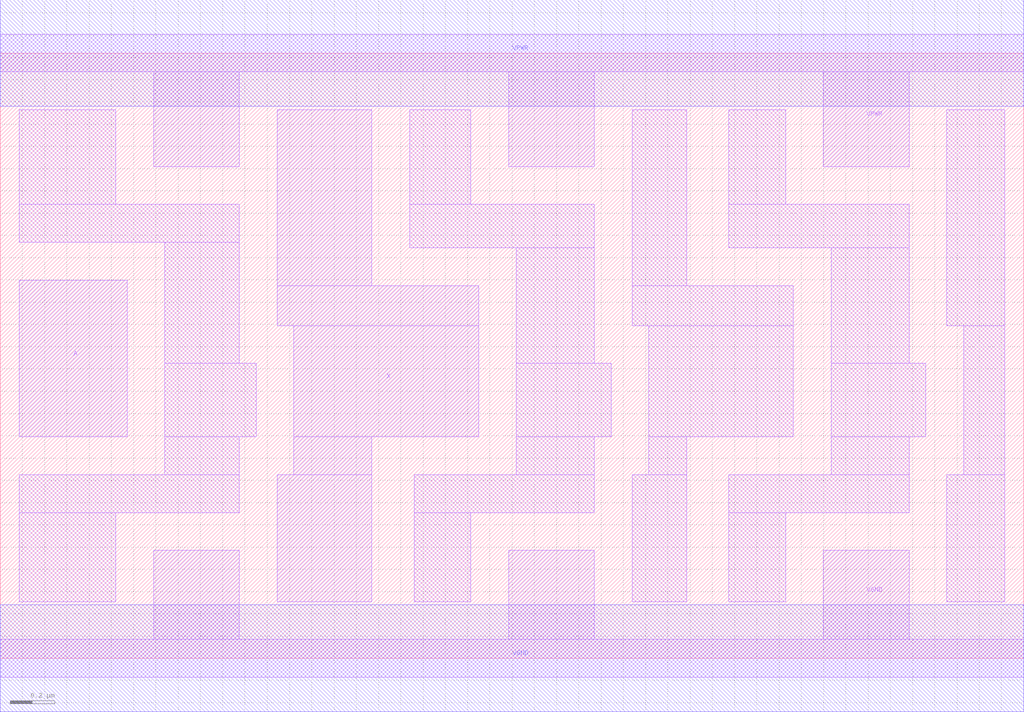
<source format=lef>
# Copyright 2020 The SkyWater PDK Authors
#
# Licensed under the Apache License, Version 2.0 (the "License");
# you may not use this file except in compliance with the License.
# You may obtain a copy of the License at
#
#     https://www.apache.org/licenses/LICENSE-2.0
#
# Unless required by applicable law or agreed to in writing, software
# distributed under the License is distributed on an "AS IS" BASIS,
# WITHOUT WARRANTIES OR CONDITIONS OF ANY KIND, either express or implied.
# See the License for the specific language governing permissions and
# limitations under the License.
#
# SPDX-License-Identifier: Apache-2.0

VERSION 5.5 ;
NAMESCASESENSITIVE ON ;
BUSBITCHARS "[]" ;
DIVIDERCHAR "/" ;
MACRO sky130_fd_sc_hd__dlymetal6s2s_1
  CLASS CORE ;
  SOURCE USER ;
  ORIGIN  0.000000  0.000000 ;
  SIZE  4.600000 BY  2.720000 ;
  SYMMETRY X Y R90 ;
  SITE unithd ;
  PIN A
    ANTENNAGATEAREA  0.126000 ;
    DIRECTION INPUT ;
    USE SIGNAL ;
    PORT
      LAYER li1 ;
        RECT 0.085000 0.995000 0.570000 1.700000 ;
    END
  END A
  PIN X
    ANTENNAGATEAREA  0.126000 ;
    DIRECTION OUTPUT ;
    USE SIGNAL ;
    PORT
      LAYER li1 ;
        RECT 1.245000 0.255000 1.670000 0.825000 ;
        RECT 1.245000 1.495000 2.150000 1.675000 ;
        RECT 1.245000 1.675000 1.670000 2.465000 ;
        RECT 1.320000 0.825000 1.670000 0.995000 ;
        RECT 1.320000 0.995000 2.150000 1.495000 ;
    END
  END X
  PIN VGND
    DIRECTION INOUT ;
    SHAPE ABUTMENT ;
    USE GROUND ;
    PORT
      LAYER li1 ;
        RECT 0.000000 -0.085000 4.600000 0.085000 ;
        RECT 0.690000  0.085000 1.075000 0.485000 ;
        RECT 2.285000  0.085000 2.670000 0.485000 ;
        RECT 3.700000  0.085000 4.085000 0.485000 ;
    END
    PORT
      LAYER met1 ;
        RECT 0.000000 -0.240000 4.600000 0.240000 ;
    END
  END VGND
  PIN VPWR
    DIRECTION INOUT ;
    SHAPE ABUTMENT ;
    USE POWER ;
    PORT
      LAYER li1 ;
        RECT 0.000000 2.635000 4.600000 2.805000 ;
        RECT 0.690000 2.210000 1.075000 2.635000 ;
        RECT 2.285000 2.210000 2.670000 2.635000 ;
        RECT 3.700000 2.210000 4.085000 2.635000 ;
    END
    PORT
      LAYER met1 ;
        RECT 0.000000 2.480000 4.600000 2.960000 ;
    END
  END VPWR
  OBS
    LAYER li1 ;
      RECT 0.085000 0.255000 0.520000 0.655000 ;
      RECT 0.085000 0.655000 1.075000 0.825000 ;
      RECT 0.085000 1.870000 1.075000 2.040000 ;
      RECT 0.085000 2.040000 0.520000 2.465000 ;
      RECT 0.740000 0.825000 1.075000 0.995000 ;
      RECT 0.740000 0.995000 1.150000 1.325000 ;
      RECT 0.740000 1.325000 1.075000 1.870000 ;
      RECT 1.840000 1.845000 2.670000 2.040000 ;
      RECT 1.840000 2.040000 2.115000 2.465000 ;
      RECT 1.860000 0.255000 2.115000 0.655000 ;
      RECT 1.860000 0.655000 2.670000 0.825000 ;
      RECT 2.320000 0.825000 2.670000 0.995000 ;
      RECT 2.320000 0.995000 2.745000 1.325000 ;
      RECT 2.320000 1.325000 2.670000 1.845000 ;
      RECT 2.840000 0.255000 3.085000 0.825000 ;
      RECT 2.840000 1.495000 3.565000 1.675000 ;
      RECT 2.840000 1.675000 3.085000 2.465000 ;
      RECT 2.915000 0.825000 3.085000 0.995000 ;
      RECT 2.915000 0.995000 3.565000 1.495000 ;
      RECT 3.275000 0.255000 3.530000 0.655000 ;
      RECT 3.275000 0.655000 4.085000 0.825000 ;
      RECT 3.275000 1.845000 4.085000 2.040000 ;
      RECT 3.275000 2.040000 3.530000 2.465000 ;
      RECT 3.735000 0.825000 4.085000 0.995000 ;
      RECT 3.735000 0.995000 4.160000 1.325000 ;
      RECT 3.735000 1.325000 4.085000 1.845000 ;
      RECT 4.255000 0.255000 4.515000 0.825000 ;
      RECT 4.255000 1.495000 4.515000 2.465000 ;
      RECT 4.330000 0.825000 4.515000 1.495000 ;
  END
END sky130_fd_sc_hd__dlymetal6s2s_1

</source>
